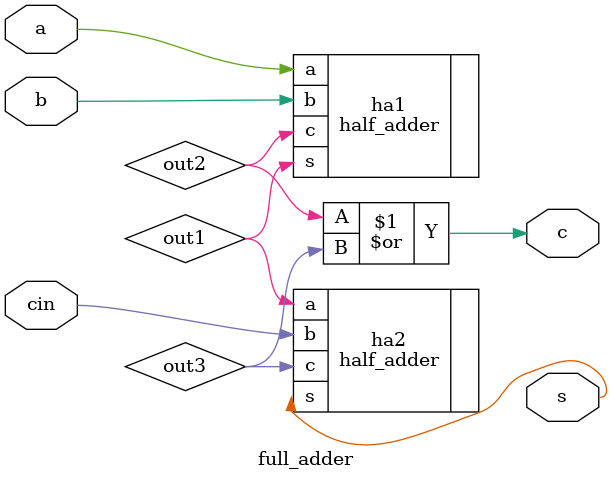
<source format=sv>
`timescale 1ns / 1ps
module full_adder(
    input logic a,
    input logic b,
    input logic cin,
    output logic c,
    output logic s
);
    logic out1, out2, out3;

    // Instantiate two half adders to build the full adder
    half_adder ha1 (.a(a), .b(b), .c(out2), .s(out1));
    half_adder ha2 (.a(out1), .b(cin), .c(out3), .s(s));

    // OR gate to produce the carry-out
    or (c, out2, out3);

endmodule


</source>
